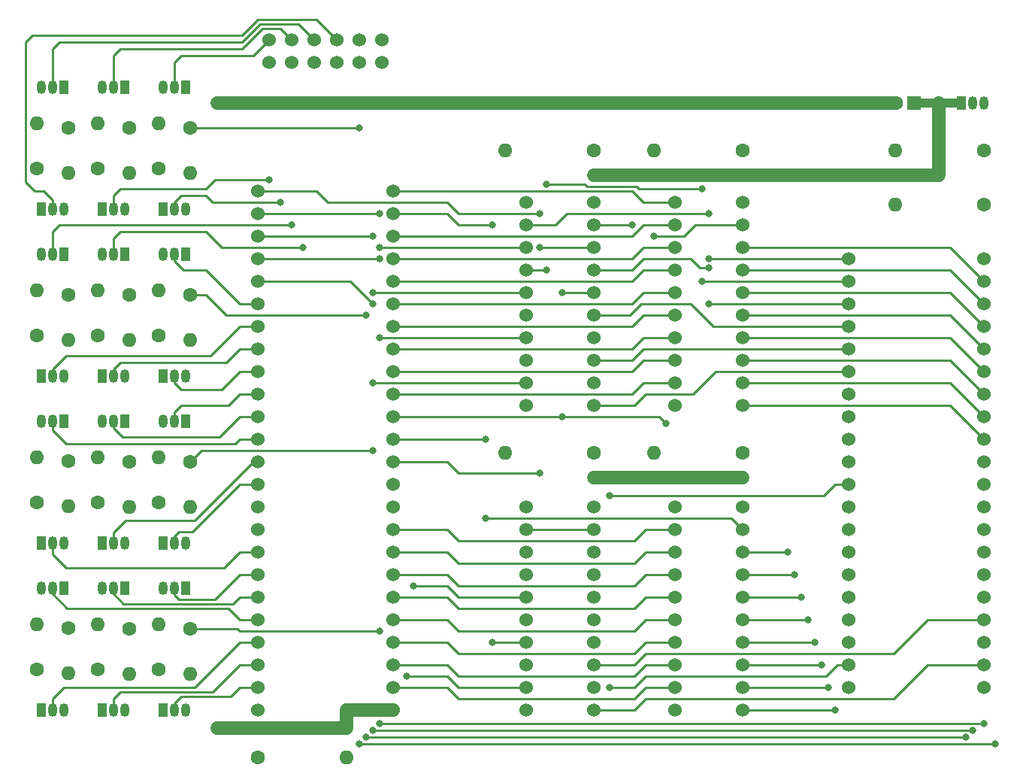
<source format=gbr>
%TF.GenerationSoftware,KiCad,Pcbnew,7.0.9*%
%TF.CreationDate,2024-11-14T04:28:15-07:00*%
%TF.ProjectId,Through_Hole_Quad_Xilinx,5468726f-7567-4685-9f48-6f6c655f5175,rev?*%
%TF.SameCoordinates,Original*%
%TF.FileFunction,Copper,L1,Top*%
%TF.FilePolarity,Positive*%
%FSLAX46Y46*%
G04 Gerber Fmt 4.6, Leading zero omitted, Abs format (unit mm)*
G04 Created by KiCad (PCBNEW 7.0.9) date 2024-11-14 04:28:15*
%MOMM*%
%LPD*%
G01*
G04 APERTURE LIST*
%TA.AperFunction,ComponentPad*%
%ADD10R,1.050000X1.500000*%
%TD*%
%TA.AperFunction,ComponentPad*%
%ADD11O,1.050000X1.500000*%
%TD*%
%TA.AperFunction,ComponentPad*%
%ADD12C,1.600000*%
%TD*%
%TA.AperFunction,ComponentPad*%
%ADD13O,1.600000X1.600000*%
%TD*%
%TA.AperFunction,ComponentPad*%
%ADD14R,1.600000X1.600000*%
%TD*%
%TA.AperFunction,ComponentPad*%
%ADD15C,1.524000*%
%TD*%
%TA.AperFunction,ViaPad*%
%ADD16C,0.800000*%
%TD*%
%TA.AperFunction,Conductor*%
%ADD17C,0.250000*%
%TD*%
%TA.AperFunction,Conductor*%
%ADD18C,1.524000*%
%TD*%
%TA.AperFunction,Conductor*%
%ADD19C,1.016000*%
%TD*%
G04 APERTURE END LIST*
D10*
%TO.P,Q13,1,S*%
%TO.N,GND*%
X132334000Y-85344000D03*
D11*
%TO.P,Q13,2,G*%
%TO.N,_AUDIO3_5*%
X133604000Y-85344000D03*
%TO.P,Q13,3,D*%
%TO.N,Net-(Q13-D)*%
X134874000Y-85344000D03*
%TD*%
D10*
%TO.P,Q14,1,S*%
%TO.N,GND*%
X134874000Y-71628000D03*
D11*
%TO.P,Q14,2,G*%
%TO.N,_AUDIO3_4*%
X133604000Y-71628000D03*
%TO.P,Q14,3,D*%
%TO.N,Net-(Q14-D)*%
X132334000Y-71628000D03*
%TD*%
D12*
%TO.P,R13,1*%
%TO.N,AUDIO3*%
X135382000Y-76171000D03*
D13*
%TO.P,R13,2*%
%TO.N,Net-(Q13-D)*%
X135382000Y-81251000D03*
%TD*%
D12*
%TO.P,C3,1*%
%TO.N,+3.3V*%
X194564000Y-41148000D03*
D13*
%TO.P,C3,2*%
%TO.N,GND*%
X184564000Y-41148000D03*
%TD*%
D12*
%TO.P,R7,1*%
%TO.N,AUDIO2*%
X135382000Y-57404000D03*
D13*
%TO.P,R7,2*%
%TO.N,Net-(Q7-D)*%
X135382000Y-62484000D03*
%TD*%
D10*
%TO.P,Q10,1,S*%
%TO.N,GND*%
X141732000Y-52832000D03*
D11*
%TO.P,Q10,2,G*%
%TO.N,_AUDIO2_2*%
X140462000Y-52832000D03*
%TO.P,Q10,3,D*%
%TO.N,Net-(Q10-D)*%
X139192000Y-52832000D03*
%TD*%
D12*
%TO.P,R2,1*%
%TO.N,AUDIO1*%
X131826000Y-43180000D03*
D13*
%TO.P,R2,2*%
%TO.N,Net-(Q2-D)*%
X131826000Y-38100000D03*
%TD*%
D14*
%TO.P,C2,1*%
%TO.N,+3.3V*%
X230600000Y-35814000D03*
D12*
%TO.P,C2,2*%
%TO.N,GND*%
X228600000Y-35814000D03*
%TD*%
%TO.P,C1,1*%
%TO.N,+5V*%
X238506000Y-41148000D03*
D13*
%TO.P,C1,2*%
%TO.N,GND*%
X228506000Y-41148000D03*
%TD*%
D10*
%TO.P,Q6,1,S*%
%TO.N,GND*%
X148590000Y-34036000D03*
D11*
%TO.P,Q6,2,G*%
%TO.N,_AUDIO1_0*%
X147320000Y-34036000D03*
%TO.P,Q6,3,D*%
%TO.N,Net-(Q6-D)*%
X146050000Y-34036000D03*
%TD*%
D10*
%TO.P,U1,1,VO*%
%TO.N,+3.3V*%
X235966000Y-35814000D03*
D11*
%TO.P,U1,2,GND*%
%TO.N,GND*%
X237236000Y-35814000D03*
%TO.P,U1,3,VI*%
%TO.N,+5V*%
X238506000Y-35814000D03*
%TD*%
D10*
%TO.P,Q20,1,S*%
%TO.N,GND*%
X134874000Y-90424000D03*
D11*
%TO.P,Q20,2,G*%
%TO.N,_AUDIO4_4*%
X133604000Y-90424000D03*
%TO.P,Q20,3,D*%
%TO.N,Net-(Q20-D)*%
X132334000Y-90424000D03*
%TD*%
D10*
%TO.P,Q11,1,S*%
%TO.N,GND*%
X146050000Y-66548000D03*
D11*
%TO.P,Q11,2,G*%
%TO.N,_AUDIO2_1*%
X147320000Y-66548000D03*
%TO.P,Q11,3,D*%
%TO.N,Net-(Q11-D)*%
X148590000Y-66548000D03*
%TD*%
D10*
%TO.P,Q18,1,S*%
%TO.N,GND*%
X148590000Y-71628000D03*
D11*
%TO.P,Q18,2,G*%
%TO.N,_AUDIO3_0*%
X147320000Y-71628000D03*
%TO.P,Q18,3,D*%
%TO.N,Net-(Q18-D)*%
X146050000Y-71628000D03*
%TD*%
D12*
%TO.P,C6,1*%
%TO.N,+3.3V*%
X194564000Y-75184000D03*
D13*
%TO.P,C6,2*%
%TO.N,GND*%
X184564000Y-75184000D03*
%TD*%
D12*
%TO.P,R6,1*%
%TO.N,AUDIO1*%
X145542000Y-43209000D03*
D13*
%TO.P,R6,2*%
%TO.N,Net-(Q6-D)*%
X145542000Y-38129000D03*
%TD*%
D10*
%TO.P,Q9,1,S*%
%TO.N,GND*%
X139192000Y-66548000D03*
D11*
%TO.P,Q9,2,G*%
%TO.N,_AUDIO2_3*%
X140462000Y-66548000D03*
%TO.P,Q9,3,D*%
%TO.N,Net-(Q9-D)*%
X141732000Y-66548000D03*
%TD*%
D12*
%TO.P,R4,1*%
%TO.N,AUDIO1*%
X138684000Y-43180000D03*
D13*
%TO.P,R4,2*%
%TO.N,Net-(Q4-D)*%
X138684000Y-38100000D03*
%TD*%
D12*
%TO.P,R18,1*%
%TO.N,AUDIO3*%
X145542000Y-80772000D03*
D13*
%TO.P,R18,2*%
%TO.N,Net-(Q18-D)*%
X145542000Y-75692000D03*
%TD*%
D10*
%TO.P,Q1,1,S*%
%TO.N,GND*%
X132334000Y-47752000D03*
D11*
%TO.P,Q1,2,G*%
%TO.N,_AUDIO1_5*%
X133604000Y-47752000D03*
%TO.P,Q1,3,D*%
%TO.N,Net-(Q1-D)*%
X134874000Y-47752000D03*
%TD*%
D10*
%TO.P,Q8,1,S*%
%TO.N,GND*%
X134874000Y-52832000D03*
D11*
%TO.P,Q8,2,G*%
%TO.N,_AUDIO2_4*%
X133604000Y-52832000D03*
%TO.P,Q8,3,D*%
%TO.N,Net-(Q8-D)*%
X132334000Y-52832000D03*
%TD*%
D12*
%TO.P,R23,1*%
%TO.N,AUDIO4*%
X149098000Y-94996000D03*
D13*
%TO.P,R23,2*%
%TO.N,Net-(Q23-D)*%
X149098000Y-100076000D03*
%TD*%
D12*
%TO.P,R12,1*%
%TO.N,AUDIO2*%
X145542000Y-62005000D03*
D13*
%TO.P,R12,2*%
%TO.N,Net-(Q12-D)*%
X145542000Y-56925000D03*
%TD*%
D10*
%TO.P,Q22,1,S*%
%TO.N,GND*%
X141732000Y-90424000D03*
D11*
%TO.P,Q22,2,G*%
%TO.N,_AUDIO4_2*%
X140462000Y-90424000D03*
%TO.P,Q22,3,D*%
%TO.N,Net-(Q22-D)*%
X139192000Y-90424000D03*
%TD*%
D10*
%TO.P,Q3,1,S*%
%TO.N,GND*%
X139192000Y-47752000D03*
D11*
%TO.P,Q3,2,G*%
%TO.N,_AUDIO1_3*%
X140462000Y-47752000D03*
%TO.P,Q3,3,D*%
%TO.N,Net-(Q3-D)*%
X141732000Y-47752000D03*
%TD*%
D12*
%TO.P,R11,1*%
%TO.N,AUDIO2*%
X149098000Y-57404000D03*
D13*
%TO.P,R11,2*%
%TO.N,Net-(Q11-D)*%
X149098000Y-62484000D03*
%TD*%
D15*
%TO.P,U2,1,A->B*%
%TO.N,_R{slash}W*%
X203708000Y-81280000D03*
%TO.P,U2,2,A0*%
%TO.N,_D0*%
X203708000Y-83820000D03*
%TO.P,U2,3,A1*%
%TO.N,_D1*%
X203708000Y-86360000D03*
%TO.P,U2,4,A2*%
%TO.N,_D2*%
X203708000Y-88900000D03*
%TO.P,U2,5,A3*%
%TO.N,_D3*%
X203708000Y-91440000D03*
%TO.P,U2,6,A4*%
%TO.N,_D4*%
X203708000Y-93980000D03*
%TO.P,U2,7,A5*%
%TO.N,_D5*%
X203708000Y-96520000D03*
%TO.P,U2,8,A6*%
%TO.N,_D6*%
X203708000Y-99060000D03*
%TO.P,U2,9,A7*%
%TO.N,_D7*%
X203708000Y-101600000D03*
%TO.P,U2,10,GND*%
%TO.N,GND*%
X203708000Y-104140000D03*
%TO.P,U2,11,B7*%
%TO.N,D7*%
X211328000Y-104140000D03*
%TO.P,U2,12,B6*%
%TO.N,D6*%
X211328000Y-101600000D03*
%TO.P,U2,13,B5*%
%TO.N,D5*%
X211328000Y-99060000D03*
%TO.P,U2,14,B4*%
%TO.N,D4*%
X211328000Y-96520000D03*
%TO.P,U2,15,B3*%
%TO.N,D3*%
X211328000Y-93980000D03*
%TO.P,U2,16,B2*%
%TO.N,D2*%
X211328000Y-91440000D03*
%TO.P,U2,17,B1*%
%TO.N,D1*%
X211328000Y-88900000D03*
%TO.P,U2,18,B0*%
%TO.N,D0*%
X211328000Y-86360000D03*
%TO.P,U2,19,CE*%
%TO.N,~{_EN}*%
X211328000Y-83820000D03*
%TO.P,U2,20,VCC*%
%TO.N,+3.3V*%
X211328000Y-81320000D03*
%TD*%
D12*
%TO.P,C5,1*%
%TO.N,+3.3V*%
X211328000Y-75184000D03*
D13*
%TO.P,C5,2*%
%TO.N,GND*%
X201328000Y-75184000D03*
%TD*%
D10*
%TO.P,Q17,1,S*%
%TO.N,GND*%
X146050000Y-85344000D03*
D11*
%TO.P,Q17,2,G*%
%TO.N,_AUDIO3_1*%
X147320000Y-85344000D03*
%TO.P,Q17,3,D*%
%TO.N,Net-(Q17-D)*%
X148590000Y-85344000D03*
%TD*%
D15*
%TO.P,U5,1,1~{OE}*%
%TO.N,GND*%
X186944000Y-81280000D03*
%TO.P,U5,2,1A1*%
X186944000Y-83820000D03*
%TO.P,U5,3,2Y4*%
%TO.N,_~{CS3}*%
X186944000Y-86360000D03*
%TO.P,U5,4,1A2*%
%TO.N,GND*%
X186944000Y-88900000D03*
%TO.P,U5,5,2Y3*%
%TO.N,_~{CS4}*%
X186944000Y-91440000D03*
%TO.P,U5,6,1A3*%
%TO.N,GND*%
X186944000Y-93980000D03*
%TO.P,U5,7,2Y2*%
%TO.N,_PHI2*%
X186944000Y-96520000D03*
%TO.P,U5,8,1A4*%
%TO.N,GND*%
X186944000Y-99060000D03*
%TO.P,U5,9,2Y1*%
%TO.N,_~{CS2}*%
X186944000Y-101600000D03*
%TO.P,U5,10,GND*%
%TO.N,GND*%
X186944000Y-104140000D03*
%TO.P,U5,11,2A1*%
%TO.N,~{CS2}*%
X194564000Y-104140000D03*
%TO.P,U5,12,1Y4*%
%TO.N,unconnected-(U5-1Y4-Pad12)*%
X194564000Y-101600000D03*
%TO.P,U5,13,2A2*%
%TO.N,PHI2*%
X194564000Y-99060000D03*
%TO.P,U5,14,1Y3*%
%TO.N,unconnected-(U5-1Y3-Pad14)*%
X194564000Y-96520000D03*
%TO.P,U5,15,2A3*%
%TO.N,~{CS4}*%
X194564000Y-93980000D03*
%TO.P,U5,16,1Y2*%
%TO.N,unconnected-(U5-1Y2-Pad16)*%
X194564000Y-91440000D03*
%TO.P,U5,17,2A4*%
%TO.N,~{CS3}*%
X194564000Y-88900000D03*
%TO.P,U5,18,1Y1*%
%TO.N,unconnected-(U5-1Y1-Pad18)*%
X194564000Y-86360000D03*
%TO.P,U5,19,2~{OE}*%
%TO.N,GND*%
X194564000Y-83820000D03*
%TO.P,U5,20,VCC*%
%TO.N,+3.3V*%
X194564000Y-81320000D03*
%TD*%
D12*
%TO.P,R14,1*%
%TO.N,AUDIO3*%
X131826000Y-80772000D03*
D13*
%TO.P,R14,2*%
%TO.N,Net-(Q14-D)*%
X131826000Y-75692000D03*
%TD*%
D12*
%TO.P,R16,1*%
%TO.N,AUDIO3*%
X138684000Y-80772000D03*
D13*
%TO.P,R16,2*%
%TO.N,Net-(Q16-D)*%
X138684000Y-75692000D03*
%TD*%
D12*
%TO.P,C8,1*%
%TO.N,+5V*%
X156718000Y-109474000D03*
D13*
%TO.P,C8,2*%
%TO.N,GND*%
X166718000Y-109474000D03*
%TD*%
D12*
%TO.P,R10,1*%
%TO.N,AUDIO2*%
X138684000Y-61976000D03*
D13*
%TO.P,R10,2*%
%TO.N,Net-(Q10-D)*%
X138684000Y-56896000D03*
%TD*%
D12*
%TO.P,C4,1*%
%TO.N,+3.3V*%
X211328000Y-41148000D03*
D13*
%TO.P,C4,2*%
%TO.N,GND*%
X201328000Y-41148000D03*
%TD*%
D12*
%TO.P,R17,1*%
%TO.N,AUDIO3*%
X149098000Y-76200000D03*
D13*
%TO.P,R17,2*%
%TO.N,Net-(Q17-D)*%
X149098000Y-81280000D03*
%TD*%
D12*
%TO.P,R8,1*%
%TO.N,AUDIO2*%
X131826000Y-61976000D03*
D13*
%TO.P,R8,2*%
%TO.N,Net-(Q8-D)*%
X131826000Y-56896000D03*
%TD*%
D12*
%TO.P,C7,1*%
%TO.N,+5V*%
X238506000Y-47244000D03*
D13*
%TO.P,C7,2*%
%TO.N,GND*%
X228506000Y-47244000D03*
%TD*%
D10*
%TO.P,Q23,1,S*%
%TO.N,GND*%
X146050000Y-104140000D03*
D11*
%TO.P,Q23,2,G*%
%TO.N,_AUDIO4_1*%
X147320000Y-104140000D03*
%TO.P,Q23,3,D*%
%TO.N,Net-(Q23-D)*%
X148590000Y-104140000D03*
%TD*%
D12*
%TO.P,R5,1*%
%TO.N,AUDIO1*%
X149098000Y-38608000D03*
D13*
%TO.P,R5,2*%
%TO.N,Net-(Q5-D)*%
X149098000Y-43688000D03*
%TD*%
D12*
%TO.P,R1,1*%
%TO.N,AUDIO1*%
X135382000Y-38608000D03*
D13*
%TO.P,R1,2*%
%TO.N,Net-(Q1-D)*%
X135382000Y-43688000D03*
%TD*%
D10*
%TO.P,Q5,1,S*%
%TO.N,GND*%
X146050000Y-47752000D03*
D11*
%TO.P,Q5,2,G*%
%TO.N,_AUDIO1_1*%
X147320000Y-47752000D03*
%TO.P,Q5,3,D*%
%TO.N,Net-(Q5-D)*%
X148590000Y-47752000D03*
%TD*%
D10*
%TO.P,Q21,1,S*%
%TO.N,GND*%
X139192000Y-104140000D03*
D11*
%TO.P,Q21,2,G*%
%TO.N,_AUDIO4_3*%
X140462000Y-104140000D03*
%TO.P,Q21,3,D*%
%TO.N,Net-(Q21-D)*%
X141732000Y-104140000D03*
%TD*%
D10*
%TO.P,Q19,1,S*%
%TO.N,GND*%
X132334000Y-104140000D03*
D11*
%TO.P,Q19,2,G*%
%TO.N,_AUDIO4_5*%
X133604000Y-104140000D03*
%TO.P,Q19,3,D*%
%TO.N,Net-(Q19-D)*%
X134874000Y-104140000D03*
%TD*%
D15*
%TO.P,J2,1,PIO01*%
%TO.N,_~{CS1}*%
X156718000Y-45720000D03*
%TO.P,J2,2,PIO02*%
%TO.N,_A3*%
X156718000Y-48260000D03*
%TO.P,J2,3,PIO03*%
%TO.N,_A2*%
X156718000Y-50800000D03*
%TO.P,J2,4,PIO04*%
%TO.N,_A1*%
X156718000Y-53340000D03*
%TO.P,J2,5,PIO05*%
%TO.N,_A0*%
X156718000Y-55880000D03*
%TO.P,J2,6,PIO06*%
%TO.N,_AUDIO2_0*%
X156718000Y-58420000D03*
%TO.P,J2,7,PIO07*%
%TO.N,_AUDIO2_5*%
X156718000Y-60960000D03*
%TO.P,J2,8,PIO08*%
%TO.N,_AUDIO2_3*%
X156718000Y-63500000D03*
%TO.P,J2,9,PIO09*%
%TO.N,_AUDIO2_1*%
X156718000Y-66040000D03*
%TO.P,J2,10,PIO10*%
%TO.N,_AUDIO3_0*%
X156718000Y-68580000D03*
%TO.P,J2,11,PIO11*%
%TO.N,_AUDIO3_2*%
X156718000Y-71120000D03*
%TO.P,J2,12,PIO12*%
%TO.N,_AUDIO3_4*%
X156718000Y-73660000D03*
%TO.P,J2,13,PIO13*%
%TO.N,_AUDIO3_3*%
X156718000Y-76200000D03*
%TO.P,J2,14,PIO14*%
%TO.N,_AUDIO3_1*%
X156718000Y-78740000D03*
%TO.P,J2,15,AIN15*%
%TO.N,unconnected-(J2-AIN15-Pad15)*%
X156718000Y-81280000D03*
%TO.P,J2,16,AIN16*%
%TO.N,unconnected-(J2-AIN16-Pad16)*%
X156718000Y-83820000D03*
%TO.P,J2,17,PIO17*%
%TO.N,_AUDIO3_5*%
X156718000Y-86360000D03*
%TO.P,J2,18,PIO18*%
%TO.N,_AUDIO4_0*%
X156718000Y-88900000D03*
%TO.P,J2,19,PIO19*%
%TO.N,_AUDIO4_2*%
X156718000Y-91440000D03*
%TO.P,J2,20,PIO20*%
%TO.N,_AUDIO4_4*%
X156718000Y-93980000D03*
%TO.P,J2,21,PIO21*%
%TO.N,_AUDIO4_5*%
X156718000Y-96520000D03*
%TO.P,J2,22,PIO22*%
%TO.N,_AUDIO4_3*%
X156718000Y-99060000D03*
%TO.P,J2,23,PIO23*%
%TO.N,_AUDIO4_1*%
X156718000Y-101600000D03*
%TO.P,J2,24,VU*%
%TO.N,+5V*%
X156718000Y-104140000D03*
%TO.P,J2,25,GND*%
%TO.N,GND*%
X171958000Y-104140000D03*
%TO.P,J2,26,PIO26*%
%TO.N,_D7*%
X171958000Y-101600000D03*
%TO.P,J2,27,PIO27*%
%TO.N,_D6*%
X171958000Y-99060000D03*
%TO.P,J2,28,PIO28*%
%TO.N,_D5*%
X171958000Y-96520000D03*
%TO.P,J2,29,PIO29*%
%TO.N,_D4*%
X171958000Y-93980000D03*
%TO.P,J2,30,PIO30*%
%TO.N,_D3*%
X171958000Y-91440000D03*
%TO.P,J2,31,PIO31*%
%TO.N,_D2*%
X171958000Y-88900000D03*
%TO.P,J2,32,PIO32*%
%TO.N,_D1*%
X171958000Y-86360000D03*
%TO.P,J2,33,PIO33*%
%TO.N,_D0*%
X171958000Y-83820000D03*
%TO.P,J2,34,PIO34*%
%TO.N,_~{CS2}*%
X171958000Y-81280000D03*
%TO.P,J2,35,PIO35*%
%TO.N,_~{CS4}*%
X171958000Y-78740000D03*
%TO.P,J2,36,PIO36*%
%TO.N,_~{CS3}*%
X171958000Y-76200000D03*
%TO.P,J2,37,PIO37*%
%TO.N,~{_EN}*%
X171958000Y-73660000D03*
%TO.P,J2,38,PIO38*%
%TO.N,_R{slash}W*%
X171958000Y-71120000D03*
%TO.P,J2,39,PIO39*%
%TO.N,_P6*%
X171958000Y-68580000D03*
%TO.P,J2,40,PIO40*%
%TO.N,_P7*%
X171958000Y-66040000D03*
%TO.P,J2,41,PIO41*%
%TO.N,_P4*%
X171958000Y-63500000D03*
%TO.P,J2,42,PIO42*%
%TO.N,_P5*%
X171958000Y-60960000D03*
%TO.P,J2,43,PIO43*%
%TO.N,_P2*%
X171958000Y-58420000D03*
%TO.P,J2,44,PIO44*%
%TO.N,_P3*%
X171958000Y-55880000D03*
%TO.P,J2,45,PIO45*%
%TO.N,_P0*%
X171958000Y-53340000D03*
%TO.P,J2,46,PIO46*%
%TO.N,_P1*%
X171958000Y-50800000D03*
%TO.P,J2,47,PIO47*%
%TO.N,_PHI2*%
X171958000Y-48260000D03*
%TO.P,J2,48,PIO48*%
%TO.N,_DUMP*%
X171958000Y-45720000D03*
%TD*%
D10*
%TO.P,Q12,1,S*%
%TO.N,GND*%
X148590000Y-52832000D03*
D11*
%TO.P,Q12,2,G*%
%TO.N,_AUDIO2_0*%
X147320000Y-52832000D03*
%TO.P,Q12,3,D*%
%TO.N,Net-(Q12-D)*%
X146050000Y-52832000D03*
%TD*%
D12*
%TO.P,R15,1*%
%TO.N,AUDIO3*%
X142240000Y-76200000D03*
D13*
%TO.P,R15,2*%
%TO.N,Net-(Q15-D)*%
X142240000Y-81280000D03*
%TD*%
D10*
%TO.P,Q2,1,S*%
%TO.N,GND*%
X134874000Y-34036000D03*
D11*
%TO.P,Q2,2,G*%
%TO.N,_AUDIO1_4*%
X133604000Y-34036000D03*
%TO.P,Q2,3,D*%
%TO.N,Net-(Q2-D)*%
X132334000Y-34036000D03*
%TD*%
D12*
%TO.P,R21,1*%
%TO.N,AUDIO4*%
X142240000Y-94996000D03*
D13*
%TO.P,R21,2*%
%TO.N,Net-(Q21-D)*%
X142240000Y-100076000D03*
%TD*%
D15*
%TO.P,U3,1,A->B*%
%TO.N,_DUMP*%
X203708000Y-46990000D03*
%TO.P,U3,2,A0*%
%TO.N,_P1*%
X203708000Y-49530000D03*
%TO.P,U3,3,A1*%
%TO.N,_P0*%
X203708000Y-52070000D03*
%TO.P,U3,4,A2*%
%TO.N,_P3*%
X203708000Y-54610000D03*
%TO.P,U3,5,A3*%
%TO.N,_P2*%
X203708000Y-57150000D03*
%TO.P,U3,6,A4*%
%TO.N,_P5*%
X203708000Y-59690000D03*
%TO.P,U3,7,A5*%
%TO.N,_P4*%
X203708000Y-62230000D03*
%TO.P,U3,8,A6*%
%TO.N,_P7*%
X203708000Y-64770000D03*
%TO.P,U3,9,A7*%
%TO.N,_P6*%
X203708000Y-67310000D03*
%TO.P,U3,10,GND*%
%TO.N,GND*%
X203708000Y-69850000D03*
%TO.P,U3,11,B7*%
%TO.N,P6*%
X211328000Y-69850000D03*
%TO.P,U3,12,B6*%
%TO.N,P7*%
X211328000Y-67310000D03*
%TO.P,U3,13,B5*%
%TO.N,P4*%
X211328000Y-64770000D03*
%TO.P,U3,14,B4*%
%TO.N,P5*%
X211328000Y-62230000D03*
%TO.P,U3,15,B3*%
%TO.N,P2*%
X211328000Y-59690000D03*
%TO.P,U3,16,B2*%
%TO.N,P3*%
X211328000Y-57150000D03*
%TO.P,U3,17,B1*%
%TO.N,P0*%
X211328000Y-54610000D03*
%TO.P,U3,18,B0*%
%TO.N,P1*%
X211328000Y-52070000D03*
%TO.P,U3,19,CE*%
%TO.N,GND*%
X211328000Y-49530000D03*
%TO.P,U3,20,VCC*%
%TO.N,+3.3V*%
X211328000Y-47030000D03*
%TD*%
%TO.P,J1,1,~{CS1}*%
%TO.N,~{CS1}*%
X223266000Y-53340000D03*
%TO.P,J1,2,R/W*%
%TO.N,R{slash}W*%
X223266000Y-55880000D03*
%TO.P,J1,3,A3*%
%TO.N,A3*%
X223266000Y-58420000D03*
%TO.P,J1,4,A2*%
%TO.N,A2*%
X223266000Y-60960000D03*
%TO.P,J1,5,A1*%
%TO.N,A1*%
X223266000Y-63500000D03*
%TO.P,J1,6,A0*%
%TO.N,A0*%
X223266000Y-66040000D03*
%TO.P,J1,7,D0*%
%TO.N,D0*%
X223266000Y-68580000D03*
%TO.P,J1,8,D1*%
%TO.N,D1*%
X223266000Y-71120000D03*
%TO.P,J1,9,D2*%
%TO.N,D2*%
X223266000Y-73660000D03*
%TO.P,J1,10,SOD3*%
%TO.N,unconnected-(J1-SOD3-Pad10)*%
X223266000Y-76200000D03*
%TO.P,J1,11,~{CS3}*%
%TO.N,~{CS3}*%
X223266000Y-78740000D03*
%TO.P,J1,12,D3*%
%TO.N,D3*%
X223266000Y-81280000D03*
%TO.P,J1,13,D4*%
%TO.N,D4*%
X223266000Y-83820000D03*
%TO.P,J1,14,D5*%
%TO.N,D5*%
X223266000Y-86360000D03*
%TO.P,J1,15,D6*%
%TO.N,D6*%
X223266000Y-88900000D03*
%TO.P,J1,16,D7*%
%TO.N,D7*%
X223266000Y-91440000D03*
%TO.P,J1,17,SOD4*%
%TO.N,unconnected-(J1-SOD4-Pad17)*%
X223266000Y-93980000D03*
%TO.P,J1,18,IRQ4*%
%TO.N,unconnected-(J1-IRQ4-Pad18)*%
X223266000Y-96520000D03*
%TO.P,J1,19,~{CS4}*%
%TO.N,~{CS4}*%
X223266000Y-99060000D03*
%TO.P,J1,20,GND*%
%TO.N,GND*%
X223266000Y-101600000D03*
%TO.P,J1,21,OUT4*%
%TO.N,AUDIO4*%
X238506000Y-101600000D03*
%TO.P,J1,22,~{CS2}*%
%TO.N,~{CS2}*%
X238506000Y-99060000D03*
%TO.P,J1,23,OUT1*%
%TO.N,AUDIO1*%
X238506000Y-96520000D03*
%TO.P,J1,24,PHI2*%
%TO.N,PHI2*%
X238506000Y-93980000D03*
%TO.P,J1,25,SID4*%
%TO.N,unconnected-(J1-SID4-Pad25)*%
X238506000Y-91440000D03*
%TO.P,J1,26,BCLK4*%
%TO.N,unconnected-(J1-BCLK4-Pad26)*%
X238506000Y-88900000D03*
%TO.P,J1,27,OUT3*%
%TO.N,AUDIO3*%
X238506000Y-86360000D03*
%TO.P,J1,28,N/C*%
%TO.N,unconnected-(J1-N{slash}C-Pad28)*%
X238506000Y-83820000D03*
%TO.P,J1,29,OUT2*%
%TO.N,AUDIO2*%
X238506000Y-81280000D03*
%TO.P,J1,30,SID3*%
%TO.N,unconnected-(J1-SID3-Pad30)*%
X238506000Y-78740000D03*
%TO.P,J1,31,BCLK3*%
%TO.N,unconnected-(J1-BCLK3-Pad31)*%
X238506000Y-76200000D03*
%TO.P,J1,32,P1_6*%
%TO.N,P6*%
X238506000Y-73660000D03*
%TO.P,J1,33,P1_7*%
%TO.N,P7*%
X238506000Y-71120000D03*
%TO.P,J1,34,P1_4*%
%TO.N,P4*%
X238506000Y-68580000D03*
%TO.P,J1,35,P1_5*%
%TO.N,P5*%
X238506000Y-66040000D03*
%TO.P,J1,36,P1_2*%
%TO.N,P2*%
X238506000Y-63500000D03*
%TO.P,J1,37,P1_3*%
%TO.N,P3*%
X238506000Y-60960000D03*
%TO.P,J1,38,P1_0*%
%TO.N,P0*%
X238506000Y-58420000D03*
%TO.P,J1,39,P1_1*%
%TO.N,P1*%
X238506000Y-55880000D03*
%TO.P,J1,40,VCC*%
%TO.N,+5V*%
X238506000Y-53340000D03*
%TD*%
%TO.P,U4,1,1~{OE}*%
%TO.N,GND*%
X186944000Y-46990000D03*
%TO.P,U4,2,1A1*%
%TO.N,~{CS1}*%
X186944000Y-49530000D03*
%TO.P,U4,3,2Y4*%
%TO.N,_A3*%
X186944000Y-52070000D03*
%TO.P,U4,4,1A2*%
%TO.N,R{slash}W*%
X186944000Y-54610000D03*
%TO.P,U4,5,2Y3*%
%TO.N,_A2*%
X186944000Y-57150000D03*
%TO.P,U4,6,1A3*%
%TO.N,GND*%
X186944000Y-59690000D03*
%TO.P,U4,7,2Y2*%
%TO.N,_A1*%
X186944000Y-62230000D03*
%TO.P,U4,8,1A4*%
%TO.N,GND*%
X186944000Y-64770000D03*
%TO.P,U4,9,2Y1*%
%TO.N,_A0*%
X186944000Y-67310000D03*
%TO.P,U4,10,GND*%
%TO.N,GND*%
X186944000Y-69850000D03*
%TO.P,U4,11,2A1*%
%TO.N,A0*%
X194564000Y-69850000D03*
%TO.P,U4,12,1Y4*%
%TO.N,unconnected-(U4-1Y4-Pad12)*%
X194564000Y-67310000D03*
%TO.P,U4,13,2A2*%
%TO.N,A1*%
X194564000Y-64770000D03*
%TO.P,U4,14,1Y3*%
%TO.N,unconnected-(U4-1Y3-Pad14)*%
X194564000Y-62230000D03*
%TO.P,U4,15,2A3*%
%TO.N,A2*%
X194564000Y-59690000D03*
%TO.P,U4,16,1Y2*%
%TO.N,_R{slash}W*%
X194564000Y-57150000D03*
%TO.P,U4,17,2A4*%
%TO.N,A3*%
X194564000Y-54610000D03*
%TO.P,U4,18,1Y1*%
%TO.N,_~{CS1}*%
X194564000Y-52070000D03*
%TO.P,U4,19,2~{OE}*%
%TO.N,GND*%
X194564000Y-49530000D03*
%TO.P,U4,20,VCC*%
%TO.N,+3.3V*%
X194564000Y-47030000D03*
%TD*%
D10*
%TO.P,Q15,1,S*%
%TO.N,GND*%
X139192000Y-85344000D03*
D11*
%TO.P,Q15,2,G*%
%TO.N,_AUDIO3_3*%
X140462000Y-85344000D03*
%TO.P,Q15,3,D*%
%TO.N,Net-(Q15-D)*%
X141732000Y-85344000D03*
%TD*%
D10*
%TO.P,Q7,1,S*%
%TO.N,GND*%
X132334000Y-66548000D03*
D11*
%TO.P,Q7,2,G*%
%TO.N,_AUDIO2_5*%
X133604000Y-66548000D03*
%TO.P,Q7,3,D*%
%TO.N,Net-(Q7-D)*%
X134874000Y-66548000D03*
%TD*%
D12*
%TO.P,R20,1*%
%TO.N,AUDIO4*%
X131826000Y-99597000D03*
D13*
%TO.P,R20,2*%
%TO.N,Net-(Q20-D)*%
X131826000Y-94517000D03*
%TD*%
D12*
%TO.P,R3,1*%
%TO.N,AUDIO1*%
X142240000Y-38608000D03*
D13*
%TO.P,R3,2*%
%TO.N,Net-(Q3-D)*%
X142240000Y-43688000D03*
%TD*%
D10*
%TO.P,Q16,1,S*%
%TO.N,GND*%
X141732000Y-71628000D03*
D11*
%TO.P,Q16,2,G*%
%TO.N,_AUDIO3_2*%
X140462000Y-71628000D03*
%TO.P,Q16,3,D*%
%TO.N,Net-(Q16-D)*%
X139192000Y-71628000D03*
%TD*%
D12*
%TO.P,R22,1*%
%TO.N,AUDIO4*%
X138684000Y-99597000D03*
D13*
%TO.P,R22,2*%
%TO.N,Net-(Q22-D)*%
X138684000Y-94517000D03*
%TD*%
D10*
%TO.P,Q4,1,S*%
%TO.N,GND*%
X141732000Y-34036000D03*
D11*
%TO.P,Q4,2,G*%
%TO.N,_AUDIO1_2*%
X140462000Y-34036000D03*
%TO.P,Q4,3,D*%
%TO.N,Net-(Q4-D)*%
X139192000Y-34036000D03*
%TD*%
D12*
%TO.P,R19,1*%
%TO.N,AUDIO4*%
X135382000Y-94967000D03*
D13*
%TO.P,R19,2*%
%TO.N,Net-(Q19-D)*%
X135382000Y-100047000D03*
%TD*%
D10*
%TO.P,Q24,1,S*%
%TO.N,GND*%
X148590000Y-90424000D03*
D11*
%TO.P,Q24,2,G*%
%TO.N,_AUDIO4_0*%
X147320000Y-90424000D03*
%TO.P,Q24,3,D*%
%TO.N,Net-(Q24-D)*%
X146050000Y-90424000D03*
%TD*%
D12*
%TO.P,R24,1*%
%TO.N,AUDIO4*%
X145542000Y-99568000D03*
D13*
%TO.P,R24,2*%
%TO.N,Net-(Q24-D)*%
X145542000Y-94488000D03*
%TD*%
D15*
%TO.P,J3,1,JA1*%
%TO.N,_AUDIO1_3*%
X157988000Y-31242000D03*
%TO.P,J3,2,JA2*%
%TO.N,_AUDIO1_1*%
X160528000Y-31242000D03*
%TO.P,J3,3,JA3*%
%TO.N,_AUDIO2_4*%
X163068000Y-31242000D03*
%TO.P,J3,4,JA4*%
%TO.N,_AUDIO2_2*%
X165608000Y-31242000D03*
%TO.P,J3,5,G*%
%TO.N,GND*%
X168148000Y-31242000D03*
%TO.P,J3,6,V*%
%TO.N,unconnected-(J3-V-Pad6)*%
X170688000Y-31242000D03*
%TO.P,J3,7,JA7*%
%TO.N,_AUDIO1_0*%
X157988000Y-28702000D03*
%TO.P,J3,8,JA8*%
%TO.N,_AUDIO1_2*%
X160528000Y-28702000D03*
%TO.P,J3,9,JA9*%
%TO.N,_AUDIO1_4*%
X163068000Y-28702000D03*
%TO.P,J3,10,JA10*%
%TO.N,_AUDIO1_5*%
X165608000Y-28702000D03*
%TO.P,J3,11,G*%
%TO.N,GND*%
X168148000Y-28702000D03*
%TO.P,J3,12,V*%
%TO.N,unconnected-(J3-V-Pad12)*%
X170688000Y-28702000D03*
%TD*%
D12*
%TO.P,R9,1*%
%TO.N,AUDIO2*%
X142240000Y-57404000D03*
D13*
%TO.P,R9,2*%
%TO.N,Net-(Q9-D)*%
X142240000Y-62484000D03*
%TD*%
D16*
%TO.N,GND*%
X198882000Y-49530000D03*
X152146000Y-35814000D03*
X201422000Y-35814000D03*
X201328000Y-50800000D03*
X184658000Y-35814000D03*
X152146000Y-106172000D03*
X168148000Y-35814000D03*
X166718000Y-106172000D03*
%TO.N,+3.3V*%
X194564000Y-77978000D03*
X211328000Y-43942000D03*
X211328000Y-77978000D03*
X194564000Y-43942000D03*
%TO.N,~{CS1}*%
X207518000Y-48260000D03*
X207518000Y-53340000D03*
%TO.N,R{slash}W*%
X206756000Y-45466000D03*
X206756000Y-55880000D03*
X189230000Y-54610000D03*
X189230000Y-44958000D03*
%TO.N,A3*%
X207518000Y-54356000D03*
X207518000Y-58420000D03*
%TO.N,D0*%
X216408000Y-86360000D03*
%TO.N,D1*%
X217170000Y-88900000D03*
%TO.N,D2*%
X217932000Y-91440000D03*
%TO.N,~{CS3}*%
X196342000Y-80010000D03*
%TO.N,D3*%
X218694000Y-93980000D03*
%TO.N,D4*%
X219456000Y-96520000D03*
%TO.N,D5*%
X220218000Y-99060000D03*
%TO.N,D6*%
X220980000Y-101600000D03*
%TO.N,D7*%
X221742000Y-104140000D03*
%TO.N,~{CS4}*%
X196342000Y-101600000D03*
%TO.N,AUDIO4*%
X170434000Y-105664000D03*
X238506000Y-105664000D03*
X170434000Y-95250000D03*
%TO.N,AUDIO1*%
X168148000Y-38608000D03*
X168148000Y-107950000D03*
X239776000Y-107950000D03*
%TO.N,AUDIO3*%
X169672000Y-106426000D03*
X169672000Y-74930000D03*
X237236000Y-106426000D03*
%TO.N,AUDIO2*%
X236474000Y-107188000D03*
X168910000Y-59690000D03*
X168910000Y-107188000D03*
%TO.N,_AUDIO1_1*%
X159258000Y-46990000D03*
%TO.N,_AUDIO1_3*%
X157988000Y-44450000D03*
%TO.N,_AUDIO2_4*%
X160528000Y-49530000D03*
%TO.N,_AUDIO2_2*%
X161798000Y-52070000D03*
%TO.N,_~{CS4}*%
X174244000Y-90170000D03*
%TO.N,_~{CS3}*%
X188468000Y-77470000D03*
%TO.N,_~{CS2}*%
X173482000Y-100330000D03*
%TO.N,_~{CS1}*%
X188468000Y-52070000D03*
X188468000Y-48260000D03*
%TO.N,~{_EN}*%
X182372000Y-82550000D03*
X182372000Y-73660000D03*
%TO.N,_A3*%
X170434000Y-52070000D03*
X170434000Y-48260000D03*
%TO.N,_A2*%
X169672000Y-57150000D03*
X169672000Y-50800000D03*
%TO.N,_A1*%
X170434000Y-62230000D03*
X170434000Y-53340000D03*
%TO.N,_A0*%
X169672000Y-58420000D03*
X169672000Y-67310000D03*
%TO.N,_PHI2*%
X183134000Y-96520000D03*
X183134000Y-49530000D03*
%TO.N,_R{slash}W*%
X191008000Y-71120000D03*
X191008000Y-57150000D03*
X202692000Y-71882000D03*
%TD*%
D17*
%TO.N,GND*%
X205994000Y-49530000D02*
X211328000Y-49530000D01*
X201328000Y-50800000D02*
X204724000Y-50800000D01*
D18*
X228600000Y-35814000D02*
X201422000Y-35814000D01*
X168148000Y-35814000D02*
X152146000Y-35814000D01*
D17*
X194564000Y-49530000D02*
X198882000Y-49530000D01*
X186944000Y-83820000D02*
X194564000Y-83820000D01*
X204724000Y-50800000D02*
X205994000Y-49530000D01*
D18*
X166718000Y-106172000D02*
X166718000Y-104140000D01*
X152146000Y-106172000D02*
X166718000Y-106172000D01*
X184658000Y-35814000D02*
X168148000Y-35814000D01*
X201422000Y-35814000D02*
X184658000Y-35814000D01*
X171958000Y-104140000D02*
X166718000Y-104140000D01*
%TO.N,+3.3V*%
X211328000Y-43942000D02*
X233426000Y-43942000D01*
D19*
X235966000Y-35814000D02*
X233426000Y-35814000D01*
D18*
X211328000Y-77978000D02*
X194564000Y-77978000D01*
X211328000Y-43942000D02*
X194564000Y-43942000D01*
X233426000Y-43942000D02*
X233426000Y-35814000D01*
D19*
X233426000Y-35814000D02*
X230600000Y-35814000D01*
D17*
%TO.N,~{CS1}*%
X191516000Y-48260000D02*
X190246000Y-49530000D01*
X190246000Y-49530000D02*
X186944000Y-49530000D01*
X207518000Y-48260000D02*
X191516000Y-48260000D01*
X223266000Y-53340000D02*
X207518000Y-53340000D01*
%TO.N,R{slash}W*%
X193548000Y-44958000D02*
X193802000Y-45212000D01*
X189230000Y-44958000D02*
X193548000Y-44958000D01*
X193802000Y-45212000D02*
X199390000Y-45212000D01*
X223266000Y-55880000D02*
X206756000Y-55880000D01*
X199390000Y-45212000D02*
X199644000Y-45466000D01*
X189230000Y-54610000D02*
X186944000Y-54610000D01*
X199644000Y-45466000D02*
X206756000Y-45466000D01*
%TO.N,A3*%
X206502000Y-54356000D02*
X205486000Y-53340000D01*
X198882000Y-54610000D02*
X194564000Y-54610000D01*
X200152000Y-53340000D02*
X198882000Y-54610000D01*
X223266000Y-58420000D02*
X207518000Y-58420000D01*
X207518000Y-54356000D02*
X206502000Y-54356000D01*
X205486000Y-53340000D02*
X200152000Y-53340000D01*
%TO.N,A2*%
X198628000Y-59690000D02*
X194564000Y-59690000D01*
X208026000Y-60960000D02*
X205486000Y-58420000D01*
X205486000Y-58420000D02*
X199898000Y-58420000D01*
X223266000Y-60960000D02*
X208026000Y-60960000D01*
X199898000Y-58420000D02*
X198628000Y-59690000D01*
%TO.N,A1*%
X198882000Y-64770000D02*
X194564000Y-64770000D01*
X223266000Y-63500000D02*
X200152000Y-63500000D01*
X200152000Y-63500000D02*
X198882000Y-64770000D01*
%TO.N,A0*%
X205740000Y-68580000D02*
X200406000Y-68580000D01*
X223266000Y-66040000D02*
X208280000Y-66040000D01*
X200406000Y-68580000D02*
X199136000Y-69850000D01*
X199136000Y-69850000D02*
X194564000Y-69850000D01*
X208280000Y-66040000D02*
X205740000Y-68580000D01*
%TO.N,D0*%
X216408000Y-86360000D02*
X211328000Y-86360000D01*
%TO.N,D1*%
X217170000Y-88900000D02*
X211328000Y-88900000D01*
%TO.N,D2*%
X217932000Y-91440000D02*
X211328000Y-91440000D01*
%TO.N,~{CS3}*%
X220472000Y-80010000D02*
X196342000Y-80010000D01*
X223266000Y-78740000D02*
X221742000Y-78740000D01*
X221742000Y-78740000D02*
X220472000Y-80010000D01*
%TO.N,D3*%
X218694000Y-93980000D02*
X211328000Y-93980000D01*
%TO.N,D4*%
X219456000Y-96520000D02*
X211328000Y-96520000D01*
%TO.N,D5*%
X220218000Y-99060000D02*
X211328000Y-99060000D01*
%TO.N,D6*%
X220980000Y-101600000D02*
X211328000Y-101600000D01*
%TO.N,D7*%
X221742000Y-104140000D02*
X211328000Y-104140000D01*
%TO.N,~{CS4}*%
X199136000Y-101600000D02*
X196342000Y-101600000D01*
X200406000Y-100330000D02*
X199136000Y-101600000D01*
X223266000Y-99060000D02*
X221996000Y-99060000D01*
X221996000Y-99060000D02*
X220726000Y-100330000D01*
X220726000Y-100330000D02*
X200406000Y-100330000D01*
%TO.N,AUDIO4*%
X149098000Y-94996000D02*
X154432000Y-94996000D01*
X154686000Y-95250000D02*
X170434000Y-95250000D01*
X170434000Y-105664000D02*
X238506000Y-105664000D01*
X154432000Y-94996000D02*
X154686000Y-95250000D01*
%TO.N,~{CS2}*%
X232156000Y-99060000D02*
X228346000Y-102870000D01*
X200406000Y-102870000D02*
X199136000Y-104140000D01*
X199136000Y-104140000D02*
X194564000Y-104140000D01*
X228346000Y-102870000D02*
X200406000Y-102870000D01*
X238506000Y-99060000D02*
X232156000Y-99060000D01*
%TO.N,AUDIO1*%
X149098000Y-38608000D02*
X160274000Y-38608000D01*
X168148000Y-107950000D02*
X239776000Y-107950000D01*
X160274000Y-38608000D02*
X168148000Y-38608000D01*
%TO.N,PHI2*%
X200406000Y-97790000D02*
X199136000Y-99060000D01*
X228346000Y-97790000D02*
X200406000Y-97790000D01*
X232156000Y-93980000D02*
X228346000Y-97790000D01*
X199136000Y-99060000D02*
X194564000Y-99060000D01*
X238506000Y-93980000D02*
X232156000Y-93980000D01*
%TO.N,AUDIO3*%
X150368000Y-74930000D02*
X169672000Y-74930000D01*
X169672000Y-106426000D02*
X237236000Y-106426000D01*
X149098000Y-76200000D02*
X150368000Y-74930000D01*
%TO.N,AUDIO2*%
X168910000Y-107188000D02*
X236474000Y-107188000D01*
X153162000Y-59690000D02*
X168910000Y-59690000D01*
X149098000Y-57404000D02*
X150876000Y-57404000D01*
X150876000Y-57404000D02*
X153162000Y-59690000D01*
%TO.N,P6*%
X238506000Y-73660000D02*
X234696000Y-69850000D01*
X234696000Y-69850000D02*
X211328000Y-69850000D01*
%TO.N,P7*%
X234696000Y-67310000D02*
X211328000Y-67310000D01*
X238506000Y-71120000D02*
X234696000Y-67310000D01*
%TO.N,P4*%
X238506000Y-68580000D02*
X234696000Y-64770000D01*
X234696000Y-64770000D02*
X211328000Y-64770000D01*
%TO.N,P5*%
X238506000Y-66040000D02*
X234696000Y-62230000D01*
X234696000Y-62230000D02*
X211328000Y-62230000D01*
%TO.N,P2*%
X234696000Y-59690000D02*
X211328000Y-59690000D01*
X238506000Y-63500000D02*
X234696000Y-59690000D01*
%TO.N,P3*%
X238506000Y-60960000D02*
X234696000Y-57150000D01*
X234696000Y-57150000D02*
X211328000Y-57150000D01*
%TO.N,P0*%
X238506000Y-58420000D02*
X234696000Y-54610000D01*
X234696000Y-54610000D02*
X211328000Y-54610000D01*
%TO.N,P1*%
X238506000Y-55880000D02*
X234696000Y-52070000D01*
X234696000Y-52070000D02*
X211328000Y-52070000D01*
%TO.N,_D0*%
X179324000Y-85090000D02*
X178054000Y-83820000D01*
X199136000Y-85090000D02*
X179324000Y-85090000D01*
X178054000Y-83820000D02*
X171958000Y-83820000D01*
X200406000Y-83820000D02*
X199136000Y-85090000D01*
X203708000Y-83820000D02*
X200406000Y-83820000D01*
%TO.N,_D1*%
X171958000Y-86360000D02*
X178054000Y-86360000D01*
X199136000Y-87630000D02*
X200406000Y-86360000D01*
X179324000Y-87630000D02*
X199136000Y-87630000D01*
X178054000Y-86360000D02*
X179324000Y-87630000D01*
X200406000Y-86360000D02*
X203708000Y-86360000D01*
%TO.N,_D2*%
X203708000Y-88900000D02*
X200406000Y-88900000D01*
X200406000Y-88900000D02*
X199136000Y-90170000D01*
X178054000Y-88900000D02*
X171958000Y-88900000D01*
X179324000Y-90170000D02*
X178054000Y-88900000D01*
X199136000Y-90170000D02*
X179324000Y-90170000D01*
%TO.N,_D3*%
X199136000Y-92710000D02*
X200406000Y-91440000D01*
X178054000Y-91440000D02*
X179324000Y-92710000D01*
X179324000Y-92710000D02*
X199136000Y-92710000D01*
X200406000Y-91440000D02*
X203708000Y-91440000D01*
X171958000Y-91440000D02*
X178054000Y-91440000D01*
%TO.N,_D4*%
X200406000Y-93980000D02*
X199136000Y-95250000D01*
X179324000Y-95250000D02*
X178054000Y-93980000D01*
X203708000Y-93980000D02*
X200406000Y-93980000D01*
X199136000Y-95250000D02*
X179324000Y-95250000D01*
X178054000Y-93980000D02*
X171958000Y-93980000D01*
%TO.N,_D5*%
X178054000Y-96520000D02*
X179324000Y-97790000D01*
X199136000Y-97790000D02*
X200406000Y-96520000D01*
X171958000Y-96520000D02*
X178054000Y-96520000D01*
X179324000Y-97790000D02*
X199136000Y-97790000D01*
X200406000Y-96520000D02*
X203708000Y-96520000D01*
%TO.N,_D6*%
X199136000Y-100330000D02*
X179324000Y-100330000D01*
X203708000Y-99060000D02*
X200406000Y-99060000D01*
X200406000Y-99060000D02*
X199136000Y-100330000D01*
X179324000Y-100330000D02*
X178054000Y-99060000D01*
X178054000Y-99060000D02*
X171958000Y-99060000D01*
%TO.N,_D7*%
X199136000Y-102870000D02*
X179324000Y-102870000D01*
X179324000Y-102870000D02*
X178054000Y-101600000D01*
X200406000Y-101600000D02*
X199136000Y-102870000D01*
X203708000Y-101600000D02*
X200406000Y-101600000D01*
X178054000Y-101600000D02*
X171958000Y-101600000D01*
%TO.N,_DUMP*%
X198882000Y-45720000D02*
X200152000Y-46990000D01*
X171958000Y-45720000D02*
X198882000Y-45720000D01*
X200152000Y-46990000D02*
X203708000Y-46990000D01*
%TO.N,_AUDIO1_0*%
X147320000Y-34036000D02*
X147320000Y-31242000D01*
X156210000Y-30480000D02*
X157988000Y-28702000D01*
X147320000Y-31242000D02*
X148082000Y-30480000D01*
X148082000Y-30480000D02*
X156210000Y-30480000D01*
%TO.N,_AUDIO1_1*%
X159258000Y-46990000D02*
X151638000Y-46990000D01*
X148082000Y-46228000D02*
X150876000Y-46228000D01*
X147320000Y-46990000D02*
X148082000Y-46228000D01*
X151638000Y-46990000D02*
X150876000Y-46228000D01*
X147320000Y-47752000D02*
X147320000Y-46990000D01*
%TO.N,_AUDIO1_2*%
X141224000Y-29718000D02*
X154940000Y-29718000D01*
X159258000Y-27432000D02*
X160528000Y-28702000D01*
X157226000Y-27432000D02*
X159258000Y-27432000D01*
X140462000Y-30480000D02*
X141224000Y-29718000D01*
X140462000Y-34036000D02*
X140462000Y-30480000D01*
X154940000Y-29718000D02*
X157226000Y-27432000D01*
%TO.N,_AUDIO1_3*%
X151892000Y-44450000D02*
X157988000Y-44450000D01*
X140462000Y-47752000D02*
X140462000Y-46228000D01*
X141224000Y-45466000D02*
X150876000Y-45466000D01*
X140462000Y-46228000D02*
X141224000Y-45466000D01*
X150876000Y-45466000D02*
X151892000Y-44450000D01*
%TO.N,_AUDIO1_4*%
X156972000Y-26924000D02*
X161290000Y-26924000D01*
X154940000Y-28956000D02*
X156972000Y-26924000D01*
X133604000Y-29718000D02*
X134366000Y-28956000D01*
X134366000Y-28956000D02*
X154940000Y-28956000D01*
X133604000Y-34036000D02*
X133604000Y-29718000D01*
X161290000Y-26924000D02*
X163068000Y-28702000D01*
%TO.N,_AUDIO1_5*%
X130556000Y-28956000D02*
X130556000Y-44704000D01*
X154940000Y-28194000D02*
X131318000Y-28194000D01*
X163322000Y-26416000D02*
X156718000Y-26416000D01*
X130556000Y-44704000D02*
X131572000Y-45720000D01*
X132588000Y-45720000D02*
X133604000Y-46736000D01*
X131318000Y-28194000D02*
X130556000Y-28956000D01*
X133604000Y-46736000D02*
X133604000Y-47752000D01*
X131572000Y-45720000D02*
X132588000Y-45720000D01*
X165608000Y-28702000D02*
X163322000Y-26416000D01*
X156718000Y-26416000D02*
X154940000Y-28194000D01*
%TO.N,_AUDIO3_0*%
X153416000Y-69850000D02*
X148082000Y-69850000D01*
X154686000Y-68580000D02*
X153416000Y-69850000D01*
X148082000Y-69850000D02*
X147320000Y-70612000D01*
X156718000Y-68580000D02*
X154686000Y-68580000D01*
X147320000Y-70612000D02*
X147320000Y-71628000D01*
%TO.N,_AUDIO3_1*%
X149352000Y-84074000D02*
X154686000Y-78740000D01*
X147320000Y-85344000D02*
X147320000Y-84582000D01*
X147828000Y-84074000D02*
X149352000Y-84074000D01*
X147320000Y-84582000D02*
X147828000Y-84074000D01*
X154686000Y-78740000D02*
X156718000Y-78740000D01*
%TO.N,_AUDIO3_2*%
X152400000Y-73406000D02*
X141478000Y-73406000D01*
X156718000Y-71120000D02*
X154686000Y-71120000D01*
X154686000Y-71120000D02*
X152400000Y-73406000D01*
X140462000Y-72390000D02*
X140462000Y-71628000D01*
X141478000Y-73406000D02*
X140462000Y-72390000D01*
%TO.N,_AUDIO3_3*%
X140462000Y-85344000D02*
X140462000Y-85569000D01*
X149606000Y-82804000D02*
X156210000Y-76200000D01*
X141859000Y-82804000D02*
X149606000Y-82804000D01*
X140462000Y-85344000D02*
X140462000Y-84201000D01*
X156210000Y-76200000D02*
X156718000Y-76200000D01*
X140462000Y-84201000D02*
X141859000Y-82804000D01*
%TO.N,_AUDIO3_4*%
X135128000Y-74168000D02*
X154178000Y-74168000D01*
X133604000Y-71628000D02*
X133604000Y-72644000D01*
X133604000Y-72644000D02*
X135128000Y-74168000D01*
X154686000Y-73660000D02*
X156718000Y-73660000D01*
X154178000Y-74168000D02*
X154686000Y-73660000D01*
%TO.N,_AUDIO3_5*%
X152908000Y-88138000D02*
X135128000Y-88138000D01*
X154686000Y-86360000D02*
X152908000Y-88138000D01*
X133604000Y-86614000D02*
X133604000Y-85344000D01*
X135128000Y-88138000D02*
X133604000Y-86614000D01*
X156718000Y-86360000D02*
X154686000Y-86360000D01*
%TO.N,_AUDIO4_5*%
X154686000Y-96520000D02*
X149606000Y-101600000D01*
X149606000Y-101600000D02*
X134874000Y-101600000D01*
X133604000Y-102870000D02*
X133604000Y-104140000D01*
X156718000Y-96520000D02*
X154686000Y-96520000D01*
X134874000Y-101600000D02*
X133604000Y-102870000D01*
%TO.N,_AUDIO4_4*%
X135235000Y-92710000D02*
X133604000Y-91079000D01*
X156718000Y-93980000D02*
X154686000Y-93980000D01*
X153416000Y-92710000D02*
X135235000Y-92710000D01*
X154686000Y-93980000D02*
X153416000Y-92710000D01*
X133604000Y-91079000D02*
X133604000Y-90424000D01*
%TO.N,_AUDIO4_3*%
X154686000Y-99060000D02*
X151638000Y-102108000D01*
X140462000Y-102870000D02*
X141224000Y-102108000D01*
X156718000Y-99060000D02*
X154686000Y-99060000D01*
X141224000Y-102108000D02*
X151638000Y-102108000D01*
X140462000Y-104140000D02*
X140462000Y-102870000D01*
%TO.N,_AUDIO4_2*%
X154686000Y-91440000D02*
X156718000Y-91440000D01*
X140462000Y-91079000D02*
X141585000Y-92202000D01*
X141585000Y-92202000D02*
X153924000Y-92202000D01*
X140462000Y-90424000D02*
X140462000Y-91079000D01*
X153924000Y-92202000D02*
X154686000Y-91440000D01*
%TO.N,_AUDIO4_1*%
X148082000Y-102616000D02*
X153670000Y-102616000D01*
X154686000Y-101600000D02*
X156718000Y-101600000D01*
X147320000Y-103378000D02*
X148082000Y-102616000D01*
X147320000Y-104140000D02*
X147320000Y-103378000D01*
X153670000Y-102616000D02*
X154686000Y-101600000D01*
%TO.N,_AUDIO4_0*%
X147828000Y-91694000D02*
X147320000Y-91186000D01*
X151892000Y-91694000D02*
X147828000Y-91694000D01*
X147320000Y-91186000D02*
X147320000Y-90424000D01*
X154686000Y-88900000D02*
X151892000Y-91694000D01*
X156718000Y-88900000D02*
X154686000Y-88900000D01*
%TO.N,_AUDIO2_5*%
X133604000Y-65786000D02*
X133604000Y-66548000D01*
X135128000Y-64262000D02*
X133604000Y-65786000D01*
X156718000Y-60960000D02*
X154686000Y-60960000D01*
X151384000Y-64262000D02*
X135128000Y-64262000D01*
X154686000Y-60960000D02*
X151384000Y-64262000D01*
%TO.N,_AUDIO2_4*%
X133604000Y-50292000D02*
X133604000Y-52832000D01*
X160528000Y-49530000D02*
X134366000Y-49530000D01*
X134366000Y-49530000D02*
X133604000Y-50292000D01*
%TO.N,_AUDIO2_3*%
X141224000Y-65024000D02*
X140462000Y-65786000D01*
X153162000Y-65024000D02*
X141224000Y-65024000D01*
X140462000Y-65786000D02*
X140462000Y-66548000D01*
X154686000Y-63500000D02*
X153162000Y-65024000D01*
X156718000Y-63500000D02*
X154686000Y-63500000D01*
%TO.N,_AUDIO2_2*%
X140462000Y-51054000D02*
X141224000Y-50292000D01*
X152654000Y-52070000D02*
X161798000Y-52070000D01*
X140462000Y-52832000D02*
X140462000Y-51054000D01*
X141224000Y-50292000D02*
X150876000Y-50292000D01*
X150876000Y-50292000D02*
X152654000Y-52070000D01*
%TO.N,_AUDIO2_1*%
X148082000Y-68072000D02*
X147320000Y-67310000D01*
X156718000Y-66040000D02*
X154686000Y-66040000D01*
X152654000Y-68072000D02*
X148082000Y-68072000D01*
X147320000Y-67310000D02*
X147320000Y-66548000D01*
X154686000Y-66040000D02*
X152654000Y-68072000D01*
%TO.N,_AUDIO2_0*%
X156718000Y-58420000D02*
X154686000Y-58420000D01*
X150876000Y-54610000D02*
X148336000Y-54610000D01*
X154686000Y-58420000D02*
X150876000Y-54610000D01*
X148336000Y-54610000D02*
X147320000Y-53594000D01*
X147320000Y-53594000D02*
X147320000Y-52832000D01*
%TO.N,_~{CS4}*%
X186944000Y-91440000D02*
X179324000Y-91440000D01*
X178054000Y-90170000D02*
X174244000Y-90170000D01*
X179324000Y-91440000D02*
X178054000Y-90170000D01*
%TO.N,_~{CS3}*%
X178054000Y-76200000D02*
X171958000Y-76200000D01*
X179324000Y-77470000D02*
X178054000Y-76200000D01*
X188468000Y-77470000D02*
X179324000Y-77470000D01*
%TO.N,_~{CS2}*%
X179324000Y-101600000D02*
X178054000Y-100330000D01*
X186944000Y-101600000D02*
X179324000Y-101600000D01*
X178054000Y-100330000D02*
X173482000Y-100330000D01*
%TO.N,_~{CS1}*%
X163322000Y-45720000D02*
X156718000Y-45720000D01*
X178054000Y-46990000D02*
X164592000Y-46990000D01*
X164592000Y-46990000D02*
X163322000Y-45720000D01*
X179324000Y-48260000D02*
X178054000Y-46990000D01*
X188468000Y-48260000D02*
X179324000Y-48260000D01*
X194564000Y-52070000D02*
X188468000Y-52070000D01*
%TO.N,~{_EN}*%
X211328000Y-83820000D02*
X210058000Y-82550000D01*
X210058000Y-82550000D02*
X209042000Y-82550000D01*
X182372000Y-73660000D02*
X171958000Y-73660000D01*
X209042000Y-82550000D02*
X182372000Y-82550000D01*
%TO.N,_A3*%
X156718000Y-48260000D02*
X170434000Y-48260000D01*
X170434000Y-52070000D02*
X186944000Y-52070000D01*
%TO.N,_A2*%
X169672000Y-57150000D02*
X186944000Y-57150000D01*
X156718000Y-50800000D02*
X169672000Y-50800000D01*
%TO.N,_A1*%
X170434000Y-53340000D02*
X156718000Y-53340000D01*
X186944000Y-62230000D02*
X170434000Y-62230000D01*
%TO.N,_A0*%
X167132000Y-55880000D02*
X169672000Y-58420000D01*
X169672000Y-67310000D02*
X186944000Y-67310000D01*
X156718000Y-55880000D02*
X167132000Y-55880000D01*
%TO.N,_PHI2*%
X171958000Y-48260000D02*
X178054000Y-48260000D01*
X186944000Y-96520000D02*
X183134000Y-96520000D01*
X179324000Y-49530000D02*
X183134000Y-49530000D01*
X178054000Y-48260000D02*
X179324000Y-49530000D01*
%TO.N,_R{slash}W*%
X171958000Y-71120000D02*
X191008000Y-71120000D01*
X194564000Y-57150000D02*
X191008000Y-57150000D01*
X202692000Y-71882000D02*
X201930000Y-71120000D01*
X201930000Y-71120000D02*
X191008000Y-71120000D01*
%TO.N,_P0*%
X200152000Y-52070000D02*
X203708000Y-52070000D01*
X198882000Y-53340000D02*
X200152000Y-52070000D01*
X198882000Y-53340000D02*
X171958000Y-53340000D01*
%TO.N,_P1*%
X198882000Y-50800000D02*
X200152000Y-49530000D01*
X171958000Y-50800000D02*
X198882000Y-50800000D01*
X200152000Y-49530000D02*
X203708000Y-49530000D01*
%TO.N,_P3*%
X171958000Y-55880000D02*
X198882000Y-55880000D01*
X198882000Y-55880000D02*
X200152000Y-54610000D01*
X200152000Y-54610000D02*
X203708000Y-54610000D01*
%TO.N,_P2*%
X200152000Y-57150000D02*
X203708000Y-57150000D01*
X198882000Y-58420000D02*
X200152000Y-57150000D01*
X198882000Y-58420000D02*
X171958000Y-58420000D01*
%TO.N,_P4*%
X198882000Y-63500000D02*
X200152000Y-62230000D01*
X200152000Y-62230000D02*
X203708000Y-62230000D01*
X198882000Y-63500000D02*
X171958000Y-63500000D01*
%TO.N,_P5*%
X200152000Y-59690000D02*
X203708000Y-59690000D01*
X171958000Y-60960000D02*
X198882000Y-60960000D01*
X198882000Y-60960000D02*
X200152000Y-59690000D01*
%TO.N,_P6*%
X198882000Y-68580000D02*
X200152000Y-67310000D01*
X200152000Y-67310000D02*
X203708000Y-67310000D01*
X198882000Y-68580000D02*
X171958000Y-68580000D01*
%TO.N,_P7*%
X200152000Y-64770000D02*
X203708000Y-64770000D01*
X171958000Y-66040000D02*
X198882000Y-66040000D01*
X198882000Y-66040000D02*
X200152000Y-64770000D01*
%TD*%
M02*

</source>
